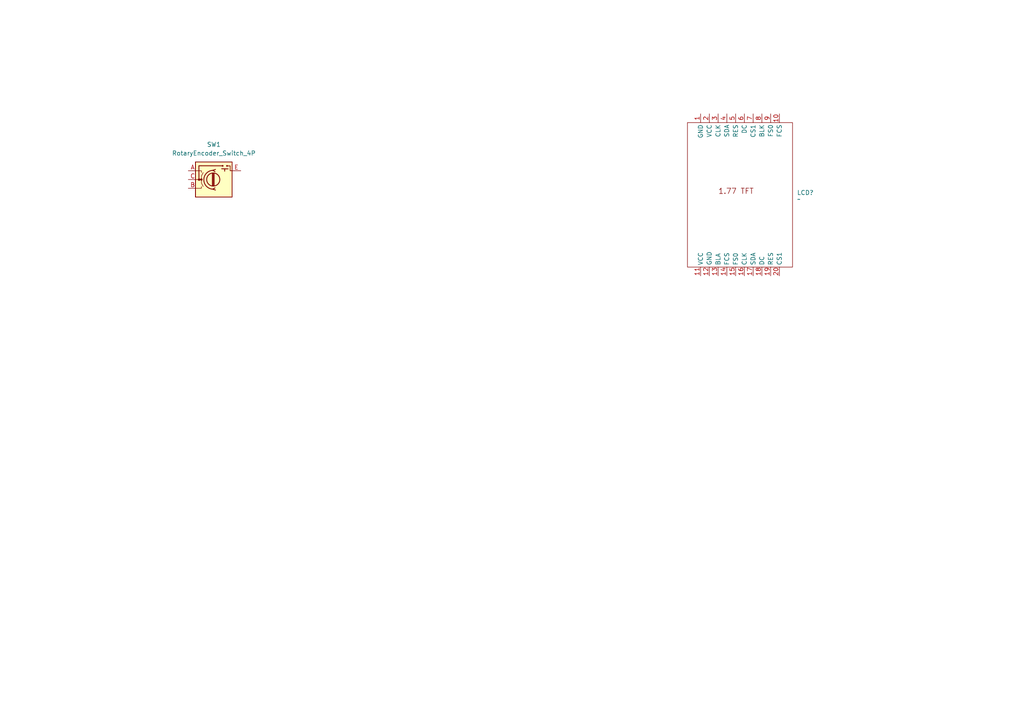
<source format=kicad_sch>
(kicad_sch (version 20250114) (generator "eeschema") (generator_version "9.0")
  (paper "A4")
  (lib_symbols
    (symbol "Custom_Parts:HS180S10B_TFT_Display"
      (property "Reference" "LCD" (at 0 0 0))
      (symbol "HS180S10B_TFT_Display_1_0"
        (rectangle (start -15.24 -20.32) (end 15.24 21.59))
        (text "1.77 TFT" (at -6.35 0.8128 0) (effects (font (size 1.5748 1.5748)) (justify left bottom)))
        (pin unspecified line (at -11.43 24.13 270) (length 2.54) (name "GND") (number "1"))
        (pin unspecified line (at -11.43 -22.86 90) (length 2.54) (name "VCC") (number "11"))
        (pin unspecified line (at -8.89 24.13 270) (length 2.54) (name "VCC") (number "2"))
        (pin unspecified line (at -8.89 -22.86 90) (length 2.54) (name "GND") (number "12"))
        (pin unspecified line (at -6.35 24.13 270) (length 2.54) (name "CLK") (number "3"))
        (pin unspecified line (at -6.35 -22.86 90) (length 2.54) (name "BLA") (number "13"))
        (pin unspecified line (at -3.81 24.13 270) (length 2.54) (name "SDA") (number "4"))
        (pin unspecified line (at -3.81 -22.86 90) (length 2.54) (name "FCS") (number "14"))
        (pin unspecified line (at -1.27 24.13 270) (length 2.54) (name "RES") (number "5"))
        (pin unspecified line (at -1.27 -22.86 90) (length 2.54) (name "FS0") (number "15"))
        (pin unspecified line (at 1.27 24.13 270) (length 2.54) (name "DC") (number "6"))
        (pin unspecified line (at 1.27 -22.86 90) (length 2.54) (name "CLK") (number "16"))
        (pin unspecified line (at 3.81 24.13 270) (length 2.54) (name "CS1") (number "7"))
        (pin unspecified line (at 3.81 -22.86 90) (length 2.54) (name "SDA") (number "17"))
        (pin unspecified line (at 6.35 24.13 270) (length 2.54) (name "BLK") (number "8"))
        (pin unspecified line (at 6.35 -22.86 90) (length 2.54) (name "DC") (number "18"))
        (pin unspecified line (at 8.89 24.13 270) (length 2.54) (name "FS0") (number "9"))
        (pin unspecified line (at 8.89 -22.86 90) (length 2.54) (name "RES") (number "19"))
        (pin unspecified line (at 11.43 24.13 270) (length 2.54) (name "FCS") (number "10"))
        (pin unspecified line (at 11.43 -22.86 90) (length 2.54) (name "CS1") (number "20"))
      )
    )
    (symbol "Custom_Parts:RotaryEncoder_Switch_4P" (pin_names (offset 0.254) (hide yes))
      (property "Reference" "SW" (at 0 6.604 0))
      (property "Value" "RotaryEncoder_Switch_4P" (at 0 -6.604 0))
      (symbol "RotaryEncoder_Switch_4P_0_1"
        (rectangle (start -5.5216 5.08) (end 5.08 -5.0791) (stroke (width 0.254)) (fill (type background)))
        (polyline (pts (xy -5.08 2.54) (xy -3.81 2.54) (xy -3.81 2.032)))
        (polyline (pts (xy -5.08 0) (xy -3.81 0) (xy -3.81 -1.016) (xy -3.302 -2.032)))
        (polyline (pts (xy -5.08 -2.54) (xy -3.81 -2.54) (xy -3.81 -2.032)))
        (polyline (pts (xy -4.5266 0.0101) (xy -4.5464 3.9967) (xy 2.3003 3.9768)) (stroke (width 0.254)))
        (circle (center -4.4838 -0.0312) (radius 0.094) (stroke (width 0.254)))
        (polyline (pts (xy -4.318 0) (xy -3.81 0) (xy -3.81 1.016) (xy -3.302 2.032)))
        (circle (center -3.81 0) (radius 0.254) (fill (type outline)))
        (polyline (pts (xy -0.635 -1.778) (xy -0.635 1.778)) (stroke (width 0.254)))
        (circle (center -0.381 0) (radius 1.905) (stroke (width 0.254)))
        (polyline (pts (xy -0.381 -1.778) (xy -0.381 1.778)) (stroke (width 0.254)))
        (arc (start -0.381 -2.794) (mid -3.0988 -0.0635) (end -0.381 2.667) (stroke (width 0.254)))
        (polyline (pts (xy -0.127 1.778) (xy -0.127 -1.778)) (stroke (width 0.254)))
        (polyline (pts (xy 0.254 2.921) (xy -0.508 2.667) (xy 0.127 2.286)) (stroke (width 0.254)))
        (polyline (pts (xy 0.254 -3.048) (xy -0.508 -2.794) (xy 0.127 -2.413)) (stroke (width 0.254)))
        (circle (center 2.3505 3.9616) (radius 0.127) (stroke (width 0.254)))
        (polyline (pts (xy 2.9571 3.0812) (xy 2.9372 2.4243)) (stroke (width 0.254)))
        (polyline (pts (xy 3.5542 3.9569) (xy 4.5493 3.9569) (xy 4.5294 2.5438) (xy 5.1265 2.5836) (xy 5.1464 2.5438) (xy 5.08 2.54)) (stroke (width 0.2032)))
        (circle (center 3.6139 3.9569) (radius 0.127) (stroke (width 0.254)))
        (polyline (pts (xy 3.9323 3.1011) (xy 2.0614 3.121)) (stroke (width 0.254)))
      )
      (symbol "RotaryEncoder_Switch_4P_1_1"
        (pin passive line (at -7.62 2.54 0) (length 2.54) (name "A") (number "A"))
        (pin passive line (at -7.62 0 0) (length 2.54) (name "C") (number "C"))
        (pin passive line (at -7.62 -2.54 0) (length 2.54) (name "B") (number "B"))
        (pin passive line (at 7.62 2.54 180) (length 2.54) (name "E") (number "E"))
      )
    )
  )
  (symbol (lib_id "Custom_Parts:HS180S10B_TFT_Display") (at 214.63 57.15 0) (unit 1)
    (property "Reference" "LCD?" (at 231.14 55.8799 0) (effects (justify left)))
    (property "Value" "~" (at 231.14 57.785 0) (effects (justify left)))
    (property "Footprint" "Custom_Parts:HSB180S10B_TFT_Display" (effects (hide yes)))
    (property "Datasheet" "https://atta.szlcsc.com/upload/public/pdf/source/20240813/B2A9CB96037A2CFF5EDEA82031799016.pdf" (effects (hide yes)))
    (property "Description" "Main Control Chip:ST7735 Size:1.77 Pixel Resolution:160x128 Operating Temperature:-20°C~+70°C Operating Temperature:-20°C~+70°C" (effects (hide yes)))
    (property "Manufacturer Part" "HS180S10B" (effects (hide yes)))
    (property "Manufacturer" "HS(汉昇)" (effects (hide yes)))
    (property "Supplier Part" "C5329585" (effects (hide yes)))
    (property "Supplier" "LCSC" (effects (hide yes)))
    (property "LCSC Part Name" "1.8寸128*160(RGB)彩色SPI串口TFT液晶显示屏" (effects (hide yes)))
    (property "LSCS" "C5329585" (effects (hide yes)))
  )
  (symbol (lib_id "Custom_Parts:RotaryEncoder_Switch_4P") (at 62.23 52.07 0) (unit 1)
    (property "Reference" "SW1" (at 62.0297 41.91 0))
    (property "Value" "RotaryEncoder_Switch_4P" (at 62.0297 44.45 0))
    (property "Footprint" "Custom_Parts:Rotary_Switch_4P" (effects (hide yes)))
    (property "Description" "Rotary encoder, dual channel, incremental quadrate outputs, with switch" (effects (hide yes)))
    (property "LCSC" "C47018550" (effects (hide yes)))
  )
)
</source>
